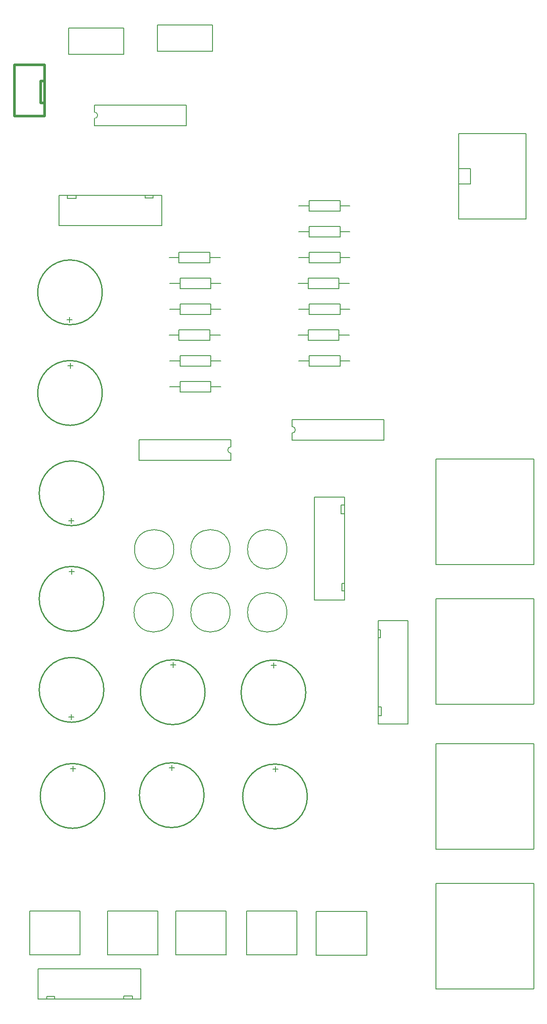
<source format=gbr>
%TF.GenerationSoftware,Altium Limited,Altium Designer,20.2.6 (244)*%
G04 Layer_Color=16711935*
%FSLAX25Y25*%
%MOIN*%
%TF.SameCoordinates,4E670328-AEE6-478B-A443-65E8FA6A96A8*%
%TF.FilePolarity,Positive*%
%TF.FileFunction,Other,Mechanical_1*%
%TF.Part,Single*%
G01*
G75*
%TA.AperFunction,NonConductor*%
%ADD44C,0.01000*%
%ADD45C,0.00787*%
%ADD46C,0.01968*%
D44*
X638039Y546555D02*
G03*
X638039Y546555I-24654J0D01*
G01*
X639220Y389862D02*
G03*
X639220Y389862I-24654J0D01*
G01*
X638039Y623130D02*
G03*
X638039Y623130I-24654J0D01*
G01*
X639220Y320571D02*
G03*
X639220Y320571I-24654J0D01*
G01*
Y470177D02*
G03*
X639220Y470177I-24654J0D01*
G01*
X640008Y239862D02*
G03*
X640008Y239862I-24654J0D01*
G01*
X716385Y318799D02*
G03*
X716385Y318799I-24654J0D01*
G01*
X794337Y239468D02*
G03*
X794337Y239468I-24654J0D01*
G01*
X715597Y240453D02*
G03*
X715597Y240453I-24654J0D01*
G01*
X793157Y318602D02*
G03*
X793157Y318602I-24654J0D01*
G01*
D45*
X631929Y755374D02*
G03*
X631929Y760374I0J2500D01*
G01*
X735472Y427559D02*
G03*
X735472Y427559I-15000J0D01*
G01*
X692559Y427559D02*
G03*
X692559Y427559I-15000J0D01*
G01*
X778780Y427559D02*
G03*
X778780Y427559I-15000J0D01*
G01*
X692164Y379608D02*
G03*
X692164Y379608I-15000J0D01*
G01*
X735471D02*
G03*
X735471Y379608I-15000J0D01*
G01*
X778778D02*
G03*
X778778Y379608I-15000J0D01*
G01*
X736181Y505650D02*
G03*
X736181Y500650I0J-2500D01*
G01*
X782717Y516004D02*
G03*
X782717Y521004I0J2500D01*
G01*
X613583Y565323D02*
Y569323D01*
X611583Y567323D02*
X615583D01*
X621063Y118898D02*
Y152362D01*
X582579D02*
X621063D01*
X582579Y118898D02*
Y152362D01*
Y118898D02*
X621161D01*
X614764Y408630D02*
Y412630D01*
X612764Y410630D02*
X616764D01*
X631929Y750098D02*
X701929D01*
Y765650D01*
X631929D02*
X701929D01*
X631929Y760374D02*
Y765650D01*
Y750098D02*
Y755374D01*
X613189Y600362D02*
Y604362D01*
X611189Y602362D02*
X615189D01*
X909842Y678937D02*
Y722244D01*
Y678937D02*
X961024D01*
Y743898D01*
X909842D02*
X961024D01*
X909842Y722244D02*
Y743898D01*
X918701Y710433D02*
Y717323D01*
X909842D02*
X918701D01*
X909842Y705512D02*
Y717323D01*
Y705512D02*
X918701D01*
Y710433D01*
X680020Y826673D02*
X722047D01*
X680020Y806496D02*
Y826673D01*
Y806496D02*
X722047D01*
Y826673D01*
X612303Y824311D02*
X654331D01*
X612303Y804134D02*
Y824311D01*
Y804134D02*
X654331D01*
Y824311D01*
X614370Y297803D02*
Y301803D01*
X612370Y299803D02*
X616370D01*
X612370Y449409D02*
X616370D01*
X614370Y447409D02*
Y451409D01*
X613551Y260630D02*
X617551D01*
X615551Y258630D02*
Y262630D01*
X689928Y339567D02*
X693928D01*
X691928Y337567D02*
Y341567D01*
X767881Y260236D02*
X771881D01*
X769881Y258236D02*
Y262236D01*
X689141Y261220D02*
X693141D01*
X691141Y259220D02*
Y263220D01*
X766701Y339370D02*
X770701D01*
X768701Y337370D02*
Y341370D01*
X642028Y118898D02*
X680610D01*
X642028D02*
Y152362D01*
X680512D01*
Y118898D02*
Y152362D01*
X693996Y118898D02*
X732579D01*
X693996D02*
Y152362D01*
X732480D01*
Y118898D02*
Y152362D01*
X747933Y118898D02*
X786516D01*
X747933D02*
Y152362D01*
X786417D01*
Y118898D02*
Y152362D01*
X801083Y118504D02*
X839665D01*
X801083D02*
Y151969D01*
X839567D01*
Y118504D02*
Y151969D01*
X966928Y93257D02*
Y173326D01*
X892322D02*
X966928D01*
X892322Y93110D02*
Y173326D01*
Y93110D02*
X966780D01*
X966928Y93257D01*
Y199557D02*
Y279626D01*
X892322D02*
X966928D01*
X892322Y199409D02*
Y279626D01*
Y199409D02*
X966780D01*
X966928Y199557D01*
Y416092D02*
Y496161D01*
X892322D02*
X966928D01*
X892322Y415945D02*
Y496161D01*
Y415945D02*
X966780D01*
X966928Y416092D01*
Y309793D02*
Y389862D01*
X892322D02*
X966928D01*
X892322Y309645D02*
Y389862D01*
Y309645D02*
X966780D01*
X966928Y309793D01*
X670669Y695079D02*
Y696949D01*
Y695079D02*
X676575D01*
Y696752D01*
X617913Y694586D02*
Y696752D01*
X611319Y694586D02*
X617913D01*
X611319D02*
Y696752D01*
X605020Y674114D02*
Y674606D01*
Y674114D02*
X683465D01*
Y697047D01*
X605020D02*
X683465D01*
X605020Y674606D02*
Y697047D01*
X820669Y401772D02*
X822539D01*
X820669Y395866D02*
Y401772D01*
Y395866D02*
X822343D01*
X820177Y454528D02*
X822343D01*
X820177D02*
Y461122D01*
X822343D01*
X799705Y467421D02*
X800197D01*
X799705Y388976D02*
Y467421D01*
Y388976D02*
X822638D01*
Y467421D01*
X800197D02*
X822638D01*
X848327Y360433D02*
X850197D01*
Y366339D01*
X848524D02*
X850197D01*
X848524Y307677D02*
X850689D01*
Y301083D02*
Y307677D01*
X848524Y301083D02*
X850689D01*
X870669Y294783D02*
X871161D01*
Y373228D01*
X848228D02*
X871161D01*
X848228Y294783D02*
Y373228D01*
Y294783D02*
X870669D01*
X601772Y85335D02*
Y87205D01*
X595866D02*
X601772D01*
X595866Y85532D02*
Y87205D01*
X654528Y85532D02*
Y87697D01*
X661122D01*
Y85532D02*
Y87697D01*
X667421Y107677D02*
Y108169D01*
X588976D02*
X667421D01*
X588976Y85236D02*
Y108169D01*
Y85236D02*
X667421D01*
Y107677D01*
X736181Y505650D02*
Y510925D01*
Y495374D02*
Y500650D01*
X666181Y495374D02*
X736181D01*
X666181D02*
Y510925D01*
X736181D01*
X782717Y510728D02*
Y516004D01*
Y521004D02*
Y526280D01*
X852717D01*
Y510728D02*
Y526280D01*
X782717Y510728D02*
X852717D01*
X697244Y555118D02*
X720866D01*
Y550394D02*
Y555118D01*
X721059Y551181D02*
X728346D01*
X689370D02*
X697244D01*
Y547244D02*
Y555118D01*
Y547244D02*
X720866D01*
Y550394D01*
X697244Y574803D02*
X720866D01*
Y570079D02*
Y574803D01*
X721059Y570866D02*
X728346D01*
X689370D02*
X697244D01*
Y566929D02*
Y574803D01*
Y566929D02*
X720866D01*
Y570079D01*
X696457Y586614D02*
X720079D01*
X696457D02*
Y591339D01*
X688976Y590551D02*
X696264D01*
X720079D02*
X727953D01*
X720079Y586614D02*
Y594488D01*
X696457D02*
X720079D01*
X696457Y591339D02*
Y594488D01*
X697244Y614173D02*
X720866D01*
Y609449D02*
Y614173D01*
X721059Y610236D02*
X728346D01*
X689370D02*
X697244D01*
Y606299D02*
Y614173D01*
Y606299D02*
X720866D01*
Y609449D01*
X795669Y653543D02*
X819291D01*
Y648819D02*
Y653543D01*
X819484Y649606D02*
X826772D01*
X787795D02*
X795669D01*
Y645669D02*
Y653543D01*
Y645669D02*
X819291D01*
Y648819D01*
X794882Y625984D02*
X818504D01*
X794882D02*
Y630709D01*
X787402Y629921D02*
X794689D01*
X818504D02*
X826378D01*
X818504Y625984D02*
Y633858D01*
X794882D02*
X818504D01*
X794882Y630709D02*
Y633858D01*
X696457Y645669D02*
X720079D01*
X696457D02*
Y650394D01*
X688976Y649606D02*
X696264D01*
X720079D02*
X727953D01*
X720079Y645669D02*
Y653543D01*
X696457D02*
X720079D01*
X696457Y650394D02*
Y653543D01*
X795669Y614173D02*
X819291D01*
Y609449D02*
Y614173D01*
X819484Y610236D02*
X826772D01*
X787795D02*
X795669D01*
Y606299D02*
Y614173D01*
Y606299D02*
X819291D01*
Y609449D01*
X794882Y586614D02*
X818504D01*
X794882D02*
Y591339D01*
X787401Y590551D02*
X794689D01*
X818504D02*
X826378D01*
X818504Y586614D02*
Y594488D01*
X794882D02*
X818504D01*
X794882Y591339D02*
Y594488D01*
X795669Y574803D02*
X819291D01*
Y570079D02*
Y574803D01*
X819484Y570866D02*
X826772D01*
X787795D02*
X795669D01*
Y566929D02*
Y574803D01*
Y566929D02*
X819291D01*
Y570079D01*
X697244Y633858D02*
X720866D01*
Y629134D02*
Y633858D01*
X721059Y629921D02*
X728347D01*
X689370D02*
X697244D01*
Y625984D02*
Y633858D01*
Y625984D02*
X720866D01*
Y629134D01*
X795669Y692913D02*
X819291D01*
Y688189D02*
Y692913D01*
X819484Y688976D02*
X826772D01*
X787795D02*
X795669D01*
Y685039D02*
Y692913D01*
Y685039D02*
X819291D01*
Y688189D01*
X795669Y673228D02*
X819291D01*
Y668504D02*
Y673228D01*
X819484Y669291D02*
X826772D01*
X787795D02*
X795669D01*
Y665354D02*
Y673228D01*
Y665354D02*
X819291D01*
Y668504D01*
D46*
X593602Y767126D02*
Y767520D01*
X591043Y767126D02*
X593602D01*
X591043D02*
Y783858D01*
X593799D01*
X571161Y796358D02*
X593898D01*
Y757382D02*
Y796358D01*
X570964Y757382D02*
X593898D01*
X570964D02*
Y796358D01*
X571161D01*
%TF.MD5,d8d18f75caf1f2cce4fa27577864c2fb*%
M02*

</source>
